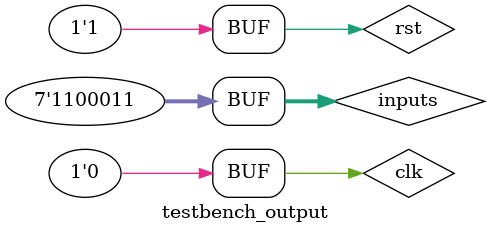
<source format=sv>
module output2
#(
	parameter WIDTH = 8,
	parameter HEIGHT = 7
)
(
	input wire clk,
	input wire rst,
	input wire [HEIGHT - 1:0] inputs,
	output neuron_out
);
	integer i;
	reg [$clog2(HEIGHT * (2 ** WIDTH - 1)) - 1:0] balance = 2 ** $clog2(HEIGHT * (2 ** WIDTH - 1)) - HEIGHT * (2 ** WIDTH - 1);
	
	always @(posedge clk, negedge rst) begin
		if (!rst) begin
			balance = 2 ** $clog2(HEIGHT * (2 ** WIDTH - 1)) - HEIGHT * (2 ** WIDTH - 1);
		end else begin
			if (balance >= HEIGHT) begin
				for (i = 0; i < HEIGHT; i = i + 1) begin
					balance = balance + inputs[i];
				end
			end
		end
	end
	
	assign neuron_out = balance < HEIGHT;
endmodule


module testbench_output;
	reg clk = 0;
	reg rst = 1;
	reg [6:0] inputs = 7'b1100011;
	wire neuron_out;
	
	output2 Out (
		.clk(clk),
		.rst(rst),
		.inputs(inputs),
		.neuron_out(neuron_out)
	);
	
	initial begin
		integer i;
		for (i = 0; i < 1024; i = i + 1) begin
			#50 clk = !clk;
		end
		#50 rst = 0;
		#50 rst = 1;		
		for (i = 0; i < 1024; i = i + 1) begin
			#50 clk = !clk;
		end
	end
endmodule

</source>
